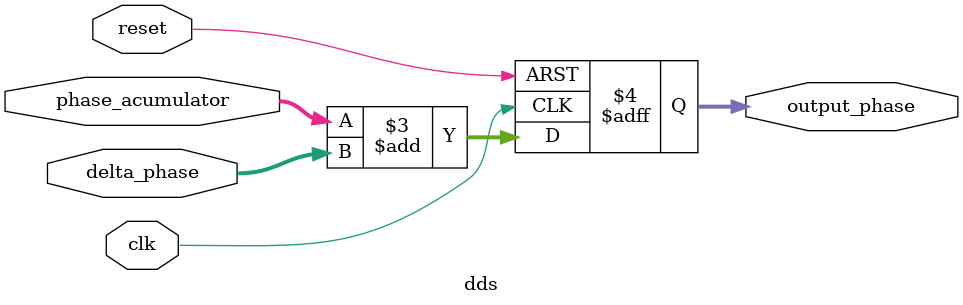
<source format=v>
module dds(
	input wire clk,
	input wire reset,

	//parameters
	input wire[31:0] delta_phase,

	//states
	input wire[31:0] phase_acumulator,

	//outputs
	output reg[31:0] output_phase
	);


	always @(posedge clk or negedge reset) begin
		if (~reset)
			output_phase <= 32'b0;
		else
			output_phase <= phase_acumulator + delta_phase;
	end



endmodule

</source>
